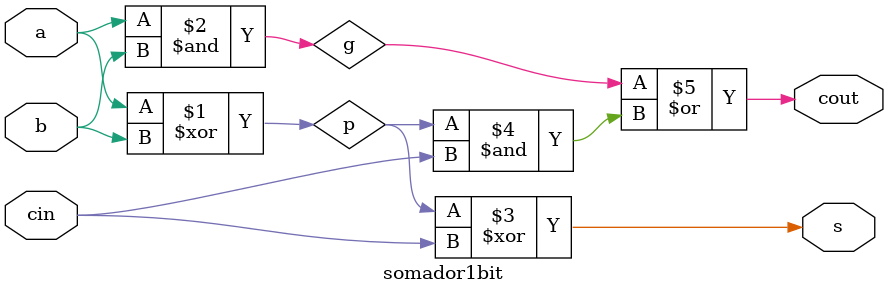
<source format=sv>
module somador1bit(input logic a, b, cin, output logic s,cout);

logic p, g;

assign p = a ^ b;
assign g = a & b;

assign s = p ^ cin;
assign cout = g | (p & cin);

endmodule
</source>
